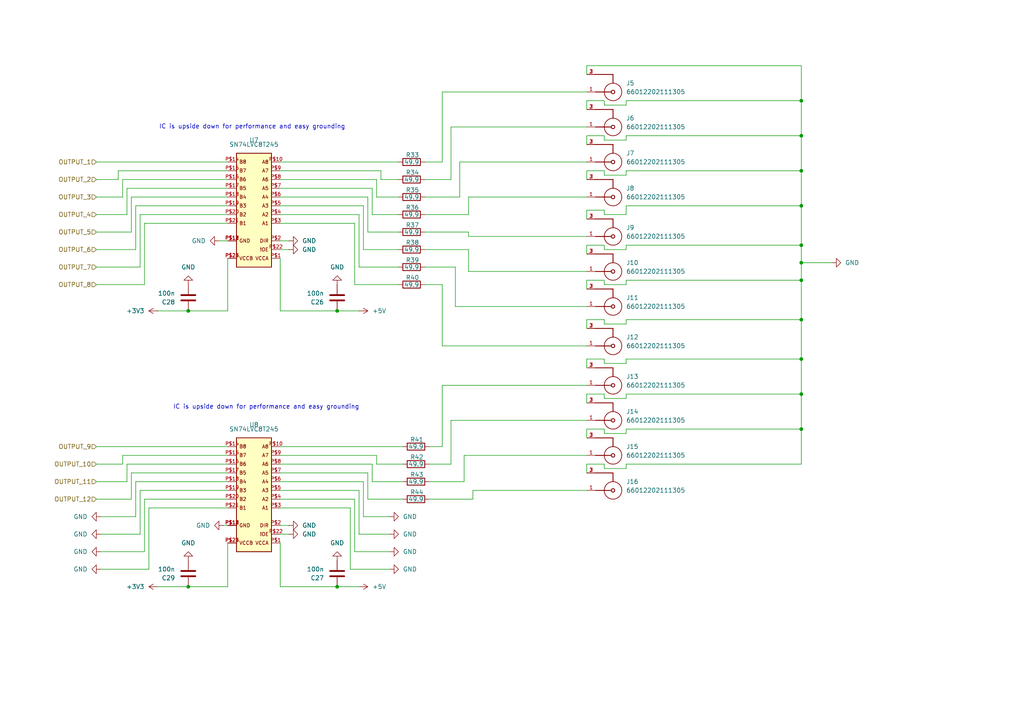
<source format=kicad_sch>
(kicad_sch (version 20250114) (generator "eeschema") (generator_version "9.0")
  (paper "A4")
  (title_block (title "Output Ports") (date "2025-10-31") (rev "0.1") (company "OpenPIV Consortium") (comment 1 "Output ports for each output channel"))
  (lib_symbols
    (symbol "66012202111305:66012202111305" (pin_names (offset 1.016))
      (property "Reference" "J" (at 0 3.54 0))
      (property "Value" "66012202111305" (at -5.08 -8.08 0))
      (symbol "66012202111305_0_0"
        (circle (center 0 0) (radius 0.5) (stroke (width 0.254)))
        (circle (center 0 0) (radius 2.54) (stroke (width 0.2)))
        (polyline (pts (xy 0 -2.54) (xy 0 -5.08)) (stroke (width 0.254)))
        (polyline (pts (xy 0 -5.08) (xy 5.08 -5.08)) (stroke (width 0.254)))
        (polyline (pts (xy 5.08 0) (xy 0.54 0)) (stroke (width 0.254)))
        (pin passive line (at 7.62 0 180) (length 2.54) (name "~") (number "1"))
        (pin passive line (at 7.62 -5.08 180) (length 2.54) (name "~") (number "2"))
        (pin passive line (at 7.62 -5.08 180) (length 2.54) (name "~") (number "3"))
      )
    )
    (symbol "Device:C" (pin_numbers (hide yes)) (pin_names (offset 0.254))
      (property "Reference" "C" (at 0.635 2.54 0))
      (property "Value" "C" (at 0.635 -2.54 0))
      (symbol "C_0_1"
        (polyline (pts (xy -2.032 0.762) (xy 2.032 0.762)) (stroke (width 0.508)))
        (polyline (pts (xy -2.032 -0.762) (xy 2.032 -0.762)) (stroke (width 0.508)))
      )
      (symbol "C_1_1"
        (pin passive line (at 0 3.81 270) (length 2.794) (name "~") (number "1"))
        (pin passive line (at 0 -3.81 90) (length 2.794) (name "~") (number "2"))
      )
    )
    (symbol "Device:R" (pin_numbers (hide yes)) (pin_names (offset 0))
      (property "Reference" "R" (at 2.032 0 90))
      (property "Value" "R" (at 0 0 90))
      (symbol "R_0_1"
        (rectangle (start -1.016 -2.54) (end 1.016 2.54) (stroke (width 0.254)))
      )
      (symbol "R_1_1"
        (pin passive line (at 0 3.81 270) (length 1.27) (name "~") (number "1"))
        (pin passive line (at 0 -3.81 90) (length 1.27) (name "~") (number "2"))
      )
    )
    (symbol "SN74LVC8T245:SN74LVC8T245" (pin_names (offset 1.016))
      (property "Reference" "U" (at 0 5.0829 0))
      (property "Value" "SN74LVC8T245" (at 0 2.5432 0))
      (symbol "SN74LVC8T245_0_0"
        (rectangle (start 0 -33.02) (end 10.16 0) (stroke (width 0.254)) (fill (type background)))
        (text "DIR" (at 0.762 -7.6203 0) (effects (font (size 1.016 1.016)) (justify left)))
        (text "!OE" (at 0.7621 -5.0808 0) (effects (font (size 1.0162 1.0162)) (justify left)))
        (text "A2" (at 0.7622 -15.243 0) (effects (font (size 1.0162 1.0162)) (justify left)))
        (text "A8" (at 0.7622 -30.4899 0) (effects (font (size 1.0163 1.0163)) (justify left)))
        (text "A1" (at 0.7623 -12.7057 0) (effects (font (size 1.0165 1.0165)) (justify left)))
        (text "A5" (at 0.7624 -22.8718 0) (effects (font (size 1.0165 1.0165)) (justify left)))
        (text "A4" (at 0.7628 -20.3416 0) (effects (font (size 1.0171 1.0171)) (justify left)))
        (text "A7" (at 0.7628 -27.9701 0) (effects (font (size 1.0171 1.0171)) (justify left)))
        (text "A6" (at 0.7629 -25.4313 0) (effects (font (size 1.0173 1.0173)) (justify left)))
        (text "VCCA" (at 0.7631 -2.5436 0) (effects (font (size 1.0175 1.0175)) (justify left)))
        (text "A3" (at 0.7631 -17.8058 0) (effects (font (size 1.0175 1.0175)) (justify left)))
        (text "B2" (at 9.4018 -15.2462 0) (effects (font (size 1.0164 1.0164)) (justify right)))
        (text "B4" (at 9.4025 -20.3297 0) (effects (font (size 1.0165 1.0165)) (justify right)))
        (text "B1" (at 9.4041 -12.7083 0) (effects (font (size 1.0167 1.0167)) (justify right)))
        (text "GND" (at 9.4052 -7.6258 0) (effects (font (size 1.0168 1.0168)) (justify right)))
        (text "B3" (at 9.4094 -17.8016 0) (effects (font (size 1.0172 1.0172)) (justify right)))
        (text "VCCB" (at 9.4124 -2.5439 0) (effects (font (size 1.0176 1.0176)) (justify right)))
        (text "B5" (at 9.4127 -22.8957 0) (effects (font (size 1.0176 1.0176)) (justify right)))
        (text "B8" (at 9.4133 -30.5296 0) (effects (font (size 1.0177 1.0177)) (justify right)))
        (text "B7" (at 9.4145 -27.9891 0) (effects (font (size 1.0178 1.0178)) (justify right)))
        (text "B6" (at 9.4155 -25.4474 0) (effects (font (size 1.0179 1.0179)) (justify right)))
        (pin bidirectional line (at -2.54 -2.54 0) (length 2.54) (name "~") (number "P$1"))
        (pin bidirectional line (at -2.54 -5.08 0) (length 2.54) (name "~") (number "P$22"))
        (pin bidirectional line (at -2.54 -7.62 0) (length 2.54) (name "~") (number "P$2"))
        (pin bidirectional line (at -2.54 -12.7 0) (length 2.54) (name "~") (number "P$3"))
        (pin bidirectional line (at -2.54 -15.24 0) (length 2.54) (name "~") (number "P$4"))
        (pin bidirectional line (at -2.54 -17.78 0) (length 2.54) (name "~") (number "P$5"))
        (pin bidirectional line (at -2.54 -20.32 0) (length 2.54) (name "~") (number "P$6"))
        (pin bidirectional line (at -2.54 -22.86 0) (length 2.54) (name "~") (number "P$7"))
        (pin bidirectional line (at -2.54 -25.4 0) (length 2.54) (name "~") (number "P$8"))
        (pin bidirectional line (at -2.54 -27.94 0) (length 2.54) (name "~") (number "P$9"))
        (pin bidirectional line (at -2.54 -30.48 0) (length 2.54) (name "~") (number "P$10"))
        (pin bidirectional line (at 12.7 -2.54 180) (length 2.54) (name "~") (number "P$23"))
        (pin bidirectional line (at 12.7 -2.54 180) (length 2.54) (name "~") (number "P$24"))
        (pin bidirectional line (at 12.7 -7.62 180) (length 2.54) (name "~") (number "P$11"))
        (pin bidirectional line (at 12.7 -7.62 180) (length 2.54) (name "~") (number "P$12"))
        (pin bidirectional line (at 12.7 -7.62 180) (length 2.54) (name "~") (number "P$13"))
        (pin bidirectional line (at 12.7 -12.7 180) (length 2.54) (name "~") (number "P$21"))
        (pin bidirectional line (at 12.7 -15.24 180) (length 2.54) (name "~") (number "P$20"))
        (pin bidirectional line (at 12.7 -17.78 180) (length 2.54) (name "~") (number "P$19"))
        (pin bidirectional line (at 12.7 -20.32 180) (length 2.54) (name "~") (number "P$18"))
        (pin bidirectional line (at 12.7 -22.86 180) (length 2.54) (name "~") (number "P$17"))
        (pin bidirectional line (at 12.7 -25.4 180) (length 2.54) (name "~") (number "P$16"))
        (pin bidirectional line (at 12.7 -27.94 180) (length 2.54) (name "~") (number "P$15"))
        (pin bidirectional line (at 12.7 -30.48 180) (length 2.54) (name "~") (number "P$14"))
      )
    )
    (symbol "power:+3V3" (power) (pin_numbers (hide yes)) (pin_names (offset 0) (hide yes))
      (property "Value" "+3V3" (at 0 3.556 0))
      (symbol "+3V3_0_1"
        (polyline (pts (xy -0.762 1.27) (xy 0 2.54)))
        (polyline (pts (xy 0 2.54) (xy 0.762 1.27)))
        (polyline (pts (xy 0 0) (xy 0 2.54)))
      )
      (symbol "+3V3_1_1"
        (pin power_in line (at 0 0 90) (length 0) (name "~") (number "1"))
      )
    )
    (symbol "power:+5V" (power) (pin_numbers (hide yes)) (pin_names (offset 0) (hide yes))
      (property "Value" "+5V" (at 0 3.556 0))
      (symbol "+5V_0_1"
        (polyline (pts (xy -0.762 1.27) (xy 0 2.54)))
        (polyline (pts (xy 0 2.54) (xy 0.762 1.27)))
        (polyline (pts (xy 0 0) (xy 0 2.54)))
      )
      (symbol "+5V_1_1"
        (pin power_in line (at 0 0 90) (length 0) (name "~") (number "1"))
      )
    )
    (symbol "power:GND" (power) (pin_numbers (hide yes)) (pin_names (offset 0) (hide yes))
      (property "Value" "GND" (at 0 -3.81 0))
      (symbol "GND_0_1"
        (polyline (pts (xy 0 0) (xy 0 -1.27) (xy 1.27 -1.27) (xy 0 -2.54) (xy -1.27 -1.27) (xy 0 -1.27)))
      )
      (symbol "GND_1_1"
        (pin power_in line (at 0 0 270) (length 0) (name "~") (number "1"))
      )
    )
  )
  (text "IC is upside down for performance and easy grounding" (at 77.216 118.11 0) (effects (font (size 1.27 1.27))))
  (text "IC is upside down for performance and easy grounding" (at 73.152 36.83 0) (effects (font (size 1.27 1.27))))
  (junction (at 54.61 170.18))
  (junction (at 232.41 81.28))
  (junction (at 232.41 49.53))
  (junction (at 232.41 29.21))
  (junction (at 97.79 170.18))
  (junction (at 232.41 76.2))
  (junction (at 232.41 59.69))
  (junction (at 232.41 114.3))
  (junction (at 232.41 124.46))
  (junction (at 232.41 71.12))
  (junction (at 232.41 92.71))
  (junction (at 232.41 104.14))
  (junction (at 54.61 90.17))
  (junction (at 232.41 39.37))
  (junction (at 97.79 90.17))
  (wire (pts (xy 181.61 92.71) (xy 232.41 92.71)))
  (wire (pts (xy 54.61 170.18) (xy 45.72 170.18)))
  (wire (pts (xy 36.83 54.61) (xy 66.04 54.61)))
  (wire (pts (xy 107.95 62.23) (xy 107.95 54.61)))
  (wire (pts (xy 54.61 90.17) (xy 45.72 90.17)))
  (wire (pts (xy 170.18 114.3) (xy 175.26 114.3)))
  (wire (pts (xy 128.27 129.54) (xy 128.27 111.76)))
  (wire (pts (xy 104.14 170.18) (xy 97.79 170.18)))
  (wire (pts (xy 232.41 104.14) (xy 232.41 114.3)))
  (wire (pts (xy 175.26 40.64) (xy 181.61 40.64)))
  (wire (pts (xy 39.37 72.39) (xy 39.37 59.69)))
  (wire (pts (xy 128.27 82.55) (xy 128.27 100.33)))
  (wire (pts (xy 232.41 19.05) (xy 232.41 29.21)))
  (wire (pts (xy 181.61 29.21) (xy 232.41 29.21)))
  (wire (pts (xy 43.18 165.1) (xy 43.18 147.32)))
  (wire (pts (xy 170.18 127) (xy 170.18 124.46)))
  (wire (pts (xy 106.68 144.78) (xy 106.68 137.16)))
  (wire (pts (xy 36.83 139.7) (xy 36.83 134.62)))
  (wire (pts (xy 128.27 26.67) (xy 170.18 26.67)))
  (wire (pts (xy 181.61 50.8) (xy 181.61 49.53)))
  (wire (pts (xy 137.16 142.24) (xy 170.18 142.24)))
  (wire (pts (xy 181.61 134.62) (xy 232.41 134.62)))
  (wire (pts (xy 175.26 71.12) (xy 175.26 72.39)))
  (wire (pts (xy 181.61 105.41) (xy 181.61 104.14)))
  (wire (pts (xy 27.94 46.99) (xy 66.04 46.99)))
  (wire (pts (xy 170.18 21.59) (xy 170.18 19.05)))
  (wire (pts (xy 27.94 134.62) (xy 35.56 134.62)))
  (wire (pts (xy 170.18 92.71) (xy 175.26 92.71)))
  (wire (pts (xy 135.89 62.23) (xy 135.89 57.15)))
  (wire (pts (xy 123.19 46.99) (xy 128.27 46.99)))
  (wire (pts (xy 81.28 157.48) (xy 81.28 170.18)))
  (wire (pts (xy 27.94 82.55) (xy 41.91 82.55)))
  (wire (pts (xy 175.26 92.71) (xy 175.26 93.98)))
  (wire (pts (xy 110.49 52.07) (xy 110.49 49.53)))
  (wire (pts (xy 29.21 149.86) (xy 39.37 149.86)))
  (wire (pts (xy 27.94 62.23) (xy 36.83 62.23)))
  (wire (pts (xy 43.18 147.32) (xy 66.04 147.32)))
  (wire (pts (xy 170.18 31.75) (xy 170.18 29.21)))
  (wire (pts (xy 124.46 139.7) (xy 134.62 139.7)))
  (wire (pts (xy 66.04 170.18) (xy 54.61 170.18)))
  (wire (pts (xy 181.61 59.69) (xy 181.61 62.23)))
  (wire (pts (xy 170.18 124.46) (xy 175.26 124.46)))
  (wire (pts (xy 170.18 106.68) (xy 170.18 104.14)))
  (wire (pts (xy 105.41 72.39) (xy 105.41 59.69)))
  (wire (pts (xy 181.61 72.39) (xy 181.61 71.12)))
  (wire (pts (xy 130.81 52.07) (xy 130.81 36.83)))
  (wire (pts (xy 181.61 49.53) (xy 232.41 49.53)))
  (wire (pts (xy 106.68 67.31) (xy 106.68 57.15)))
  (wire (pts (xy 104.14 90.17) (xy 97.79 90.17)))
  (wire (pts (xy 181.61 115.57) (xy 181.61 114.3)))
  (wire (pts (xy 27.94 77.47) (xy 40.64 77.47)))
  (wire (pts (xy 81.28 69.85) (xy 83.82 69.85)))
  (wire (pts (xy 105.41 72.39) (xy 115.57 72.39)))
  (wire (pts (xy 175.26 30.48) (xy 181.61 30.48)))
  (wire (pts (xy 137.16 144.78) (xy 137.16 142.24)))
  (wire (pts (xy 39.37 149.86) (xy 39.37 139.7)))
  (wire (pts (xy 170.18 39.37) (xy 175.26 39.37)))
  (wire (pts (xy 105.41 149.86) (xy 113.03 149.86)))
  (wire (pts (xy 41.91 82.55) (xy 41.91 64.77)))
  (wire (pts (xy 232.41 76.2) (xy 232.41 81.28)))
  (wire (pts (xy 181.61 124.46) (xy 232.41 124.46)))
  (wire (pts (xy 63.5 69.85) (xy 66.04 69.85)))
  (wire (pts (xy 170.18 71.12) (xy 175.26 71.12)))
  (wire (pts (xy 170.18 137.16) (xy 170.18 134.62)))
  (wire (pts (xy 170.18 63.5) (xy 170.18 60.96)))
  (wire (pts (xy 29.21 165.1) (xy 43.18 165.1)))
  (wire (pts (xy 232.41 124.46) (xy 232.41 134.62)))
  (wire (pts (xy 134.62 139.7) (xy 134.62 132.08)))
  (wire (pts (xy 181.61 93.98) (xy 181.61 92.71)))
  (wire (pts (xy 232.41 49.53) (xy 232.41 59.69)))
  (wire (pts (xy 41.91 144.78) (xy 66.04 144.78)))
  (wire (pts (xy 38.1 57.15) (xy 66.04 57.15)))
  (wire (pts (xy 181.61 81.28) (xy 232.41 81.28)))
  (wire (pts (xy 38.1 137.16) (xy 66.04 137.16)))
  (wire (pts (xy 232.41 92.71) (xy 232.41 104.14)))
  (wire (pts (xy 105.41 139.7) (xy 81.28 139.7)))
  (wire (pts (xy 170.18 29.21) (xy 175.26 29.21)))
  (wire (pts (xy 81.28 49.53) (xy 110.49 49.53)))
  (wire (pts (xy 107.95 139.7) (xy 116.84 139.7)))
  (wire (pts (xy 123.19 72.39) (xy 135.89 72.39)))
  (wire (pts (xy 175.26 115.57) (xy 181.61 115.57)))
  (wire (pts (xy 130.81 36.83) (xy 170.18 36.83)))
  (wire (pts (xy 34.29 52.07) (xy 34.29 49.53)))
  (wire (pts (xy 135.89 57.15) (xy 170.18 57.15)))
  (wire (pts (xy 128.27 100.33) (xy 170.18 100.33)))
  (wire (pts (xy 135.89 67.31) (xy 135.89 68.58)))
  (wire (pts (xy 81.28 59.69) (xy 105.41 59.69)))
  (wire (pts (xy 39.37 139.7) (xy 66.04 139.7)))
  (wire (pts (xy 81.28 170.18) (xy 97.79 170.18)))
  (wire (pts (xy 132.08 77.47) (xy 132.08 88.9)))
  (wire (pts (xy 109.22 134.62) (xy 109.22 132.08)))
  (wire (pts (xy 181.61 40.64) (xy 181.61 39.37)))
  (wire (pts (xy 123.19 52.07) (xy 130.81 52.07)))
  (wire (pts (xy 181.61 30.48) (xy 181.61 29.21)))
  (wire (pts (xy 175.26 49.53) (xy 175.26 50.8)))
  (wire (pts (xy 104.14 77.47) (xy 104.14 62.23)))
  (wire (pts (xy 110.49 52.07) (xy 115.57 52.07)))
  (wire (pts (xy 36.83 62.23) (xy 36.83 54.61)))
  (wire (pts (xy 128.27 46.99) (xy 128.27 26.67)))
  (wire (pts (xy 181.61 114.3) (xy 232.41 114.3)))
  (wire (pts (xy 232.41 59.69) (xy 232.41 71.12)))
  (wire (pts (xy 123.19 77.47) (xy 132.08 77.47)))
  (wire (pts (xy 102.87 160.02) (xy 102.87 144.78)))
  (wire (pts (xy 81.28 54.61) (xy 107.95 54.61)))
  (wire (pts (xy 35.56 134.62) (xy 35.56 132.08)))
  (wire (pts (xy 130.81 121.92) (xy 170.18 121.92)))
  (wire (pts (xy 135.89 72.39) (xy 135.89 78.74)))
  (wire (pts (xy 34.29 49.53) (xy 66.04 49.53)))
  (wire (pts (xy 109.22 134.62) (xy 116.84 134.62)))
  (wire (pts (xy 170.18 116.84) (xy 170.18 114.3)))
  (wire (pts (xy 106.68 137.16) (xy 81.28 137.16)))
  (wire (pts (xy 232.41 71.12) (xy 232.41 76.2)))
  (wire (pts (xy 102.87 160.02) (xy 113.03 160.02)))
  (wire (pts (xy 175.26 50.8) (xy 181.61 50.8)))
  (wire (pts (xy 102.87 82.55) (xy 115.57 82.55)))
  (wire (pts (xy 81.28 46.99) (xy 115.57 46.99)))
  (wire (pts (xy 41.91 64.77) (xy 66.04 64.77)))
  (wire (pts (xy 38.1 144.78) (xy 38.1 137.16)))
  (wire (pts (xy 175.26 93.98) (xy 181.61 93.98)))
  (wire (pts (xy 232.41 39.37) (xy 232.41 49.53)))
  (wire (pts (xy 232.41 29.21) (xy 232.41 39.37)))
  (wire (pts (xy 123.19 62.23) (xy 135.89 62.23)))
  (wire (pts (xy 175.26 135.89) (xy 181.61 135.89)))
  (wire (pts (xy 27.94 129.54) (xy 66.04 129.54)))
  (wire (pts (xy 175.26 104.14) (xy 175.26 105.41)))
  (wire (pts (xy 104.14 154.94) (xy 104.14 142.24)))
  (wire (pts (xy 104.14 154.94) (xy 113.03 154.94)))
  (wire (pts (xy 64.77 152.4) (xy 66.04 152.4)))
  (wire (pts (xy 109.22 57.15) (xy 109.22 52.07)))
  (wire (pts (xy 170.18 104.14) (xy 175.26 104.14)))
  (wire (pts (xy 81.28 64.77) (xy 102.87 64.77)))
  (wire (pts (xy 40.64 154.94) (xy 40.64 142.24)))
  (wire (pts (xy 133.35 57.15) (xy 133.35 46.99)))
  (wire (pts (xy 81.28 90.17) (xy 97.79 90.17)))
  (wire (pts (xy 170.18 83.82) (xy 170.18 81.28)))
  (wire (pts (xy 81.28 129.54) (xy 116.84 129.54)))
  (wire (pts (xy 175.26 134.62) (xy 175.26 135.89)))
  (wire (pts (xy 109.22 57.15) (xy 115.57 57.15)))
  (wire (pts (xy 66.04 157.48) (xy 66.04 170.18)))
  (wire (pts (xy 27.94 57.15) (xy 35.56 57.15)))
  (wire (pts (xy 232.41 76.2) (xy 241.3 76.2)))
  (wire (pts (xy 27.94 52.07) (xy 34.29 52.07)))
  (wire (pts (xy 66.04 74.93) (xy 66.04 90.17)))
  (wire (pts (xy 107.95 134.62) (xy 81.28 134.62)))
  (wire (pts (xy 181.61 71.12) (xy 232.41 71.12)))
  (wire (pts (xy 123.19 82.55) (xy 128.27 82.55)))
  (wire (pts (xy 170.18 60.96) (xy 175.26 60.96)))
  (wire (pts (xy 170.18 19.05) (xy 232.41 19.05)))
  (wire (pts (xy 27.94 139.7) (xy 36.83 139.7)))
  (wire (pts (xy 104.14 142.24) (xy 81.28 142.24)))
  (wire (pts (xy 181.61 39.37) (xy 232.41 39.37)))
  (wire (pts (xy 104.14 77.47) (xy 115.57 77.47)))
  (wire (pts (xy 170.18 49.53) (xy 175.26 49.53)))
  (wire (pts (xy 40.64 142.24) (xy 66.04 142.24)))
  (wire (pts (xy 29.21 160.02) (xy 41.91 160.02)))
  (wire (pts (xy 175.26 62.23) (xy 181.61 62.23)))
  (wire (pts (xy 124.46 134.62) (xy 130.81 134.62)))
  (wire (pts (xy 170.18 95.25) (xy 170.18 92.71)))
  (wire (pts (xy 170.18 52.07) (xy 170.18 49.53)))
  (wire (pts (xy 123.19 67.31) (xy 135.89 67.31)))
  (wire (pts (xy 181.61 59.69) (xy 232.41 59.69)))
  (wire (pts (xy 106.68 144.78) (xy 116.84 144.78)))
  (wire (pts (xy 36.83 134.62) (xy 66.04 134.62)))
  (wire (pts (xy 170.18 81.28) (xy 175.26 81.28)))
  (wire (pts (xy 175.26 39.37) (xy 175.26 40.64)))
  (wire (pts (xy 35.56 52.07) (xy 66.04 52.07)))
  (wire (pts (xy 66.04 90.17) (xy 54.61 90.17)))
  (wire (pts (xy 130.81 134.62) (xy 130.81 121.92)))
  (wire (pts (xy 175.26 125.73) (xy 181.61 125.73)))
  (wire (pts (xy 101.6 147.32) (xy 81.28 147.32)))
  (wire (pts (xy 175.26 82.55) (xy 181.61 82.55)))
  (wire (pts (xy 232.41 114.3) (xy 232.41 124.46)))
  (wire (pts (xy 170.18 73.66) (xy 170.18 71.12)))
  (wire (pts (xy 35.56 132.08) (xy 66.04 132.08)))
  (wire (pts (xy 81.28 132.08) (xy 109.22 132.08)))
  (wire (pts (xy 29.21 154.94) (xy 40.64 154.94)))
  (wire (pts (xy 107.95 62.23) (xy 115.57 62.23)))
  (wire (pts (xy 81.28 57.15) (xy 106.68 57.15)))
  (wire (pts (xy 105.41 149.86) (xy 105.41 139.7)))
  (wire (pts (xy 175.26 72.39) (xy 181.61 72.39)))
  (wire (pts (xy 81.28 62.23) (xy 104.14 62.23)))
  (wire (pts (xy 27.94 72.39) (xy 39.37 72.39)))
  (wire (pts (xy 81.28 52.07) (xy 109.22 52.07)))
  (wire (pts (xy 124.46 144.78) (xy 137.16 144.78)))
  (wire (pts (xy 181.61 135.89) (xy 181.61 134.62)))
  (wire (pts (xy 123.19 57.15) (xy 133.35 57.15)))
  (wire (pts (xy 128.27 111.76) (xy 170.18 111.76)))
  (wire (pts (xy 124.46 129.54) (xy 128.27 129.54)))
  (wire (pts (xy 81.28 152.4) (xy 83.82 152.4)))
  (wire (pts (xy 102.87 82.55) (xy 102.87 64.77)))
  (wire (pts (xy 175.26 105.41) (xy 181.61 105.41)))
  (wire (pts (xy 175.26 29.21) (xy 175.26 30.48)))
  (wire (pts (xy 132.08 88.9) (xy 170.18 88.9)))
  (wire (pts (xy 35.56 57.15) (xy 35.56 52.07)))
  (wire (pts (xy 175.26 114.3) (xy 175.26 115.57)))
  (wire (pts (xy 135.89 68.58) (xy 170.18 68.58)))
  (wire (pts (xy 181.61 104.14) (xy 232.41 104.14)))
  (wire (pts (xy 107.95 139.7) (xy 107.95 134.62)))
  (wire (pts (xy 106.68 67.31) (xy 115.57 67.31)))
  (wire (pts (xy 39.37 59.69) (xy 66.04 59.69)))
  (wire (pts (xy 101.6 165.1) (xy 101.6 147.32)))
  (wire (pts (xy 175.26 124.46) (xy 175.26 125.73)))
  (wire (pts (xy 232.41 81.28) (xy 232.41 92.71)))
  (wire (pts (xy 40.64 77.47) (xy 40.64 62.23)))
  (wire (pts (xy 170.18 41.91) (xy 170.18 39.37)))
  (wire (pts (xy 27.94 67.31) (xy 38.1 67.31)))
  (wire (pts (xy 135.89 78.74) (xy 170.18 78.74)))
  (wire (pts (xy 175.26 81.28) (xy 175.26 82.55)))
  (wire (pts (xy 133.35 46.99) (xy 170.18 46.99)))
  (wire (pts (xy 81.28 154.94) (xy 83.82 154.94)))
  (wire (pts (xy 27.94 144.78) (xy 38.1 144.78)))
  (wire (pts (xy 81.28 72.39) (xy 83.82 72.39)))
  (wire (pts (xy 102.87 144.78) (xy 81.28 144.78)))
  (wire (pts (xy 38.1 67.31) (xy 38.1 57.15)))
  (wire (pts (xy 101.6 165.1) (xy 113.03 165.1)))
  (wire (pts (xy 81.28 74.93) (xy 81.28 90.17)))
  (wire (pts (xy 40.64 62.23) (xy 66.04 62.23)))
  (wire (pts (xy 175.26 60.96) (xy 175.26 62.23)))
  (wire (pts (xy 170.18 134.62) (xy 175.26 134.62)))
  (wire (pts (xy 134.62 132.08) (xy 170.18 132.08)))
  (wire (pts (xy 41.91 160.02) (xy 41.91 144.78)))
  (wire (pts (xy 181.61 125.73) (xy 181.61 124.46)))
  (wire (pts (xy 181.61 82.55) (xy 181.61 81.28)))
  (hierarchical_label "OUTPUT_8" (shape input) (at 27.94 82.55 180))
  (hierarchical_label "OUTPUT_7" (shape input) (at 27.94 77.47 180))
  (hierarchical_label "OUTPUT_2" (shape input) (at 27.94 52.07 180))
  (hierarchical_label "OUTPUT_4" (shape input) (at 27.94 62.23 180))
  (hierarchical_label "OUTPUT_3" (shape input) (at 27.94 57.15 180))
  (hierarchical_label "OUTPUT_12" (shape input) (at 27.94 144.78 180))
  (hierarchical_label "OUTPUT_9" (shape input) (at 27.94 129.54 180))
  (hierarchical_label "OUTPUT_1" (shape input) (at 27.94 46.99 180))
  (hierarchical_label "OUTPUT_11" (shape input) (at 27.94 139.7 180))
  (hierarchical_label "OUTPUT_6" (shape input) (at 27.94 72.39 180))
  (hierarchical_label "OUTPUT_10" (shape input) (at 27.94 134.62 180))
  (hierarchical_label "OUTPUT_5" (shape input) (at 27.94 67.31 180))
  (symbol (lib_id "power:GND") (at 113.03 165.1 90) (unit 1)
    (property "Reference" "#PWR076" (effects (hide yes)))
    (property "Value" "GND" (at 116.84 165.0999 90) (effects (justify right)))
    (property "Description" "Power symbol creates a global label with name \"GND\" , ground" (effects (hide yes)))
  )
  (symbol (lib_id "Device:C") (at 54.61 166.37 180) (unit 1)
    (property "Reference" "C29" (at 50.8 167.6401 0) (effects (justify left)))
    (property "Value" "100n" (at 50.8 165.1001 0) (effects (justify left)))
    (property "Footprint" "RP2350_80QFN_minimal:C_0402_1005Metric_small_pads" (effects (hide yes)))
    (property "Description" "Unpolarized capacitor" (effects (hide yes)))
  )
  (symbol (lib_id "66012202111305:66012202111305") (at 177.8 132.08 180) (unit 1)
    (property "Reference" "J15" (at 181.61 129.5264 0) (effects (justify right)))
    (property "Value" "66012202111305" (at 181.61 132.0664 0) (effects (justify right)))
    (property "Footprint" "66012202111305:66012202111305" (effects (hide yes)))
  )
  (symbol (lib_id "Device:R") (at 119.38 67.31 90) (unit 1)
    (property "Reference" "R37" (at 119.634 65.278 90))
    (property "Value" "49.9" (at 119.38 67.31 90))
    (property "Footprint" "Resistor_SMD:R_0402_1005Metric" (effects (hide yes)))
    (property "Description" "Resistor" (effects (hide yes)))
  )
  (symbol (lib_id "66012202111305:66012202111305") (at 177.8 68.58 180) (unit 1)
    (property "Reference" "J9" (at 181.61 66.0264 0) (effects (justify right)))
    (property "Value" "66012202111305" (at 181.61 68.5664 0) (effects (justify right)))
    (property "Footprint" "66012202111305:66012202111305" (effects (hide yes)))
  )
  (symbol (lib_id "66012202111305:66012202111305") (at 177.8 100.33 180) (unit 1)
    (property "Reference" "J12" (at 181.61 97.7764 0) (effects (justify right)))
    (property "Value" "66012202111305" (at 181.61 100.3164 0) (effects (justify right)))
    (property "Footprint" "66012202111305:66012202111305" (effects (hide yes)))
  )
  (symbol (lib_id "66012202111305:66012202111305") (at 177.8 46.99 180) (unit 1)
    (property "Reference" "J7" (at 181.61 44.4364 0) (effects (justify right)))
    (property "Value" "66012202111305" (at 181.61 46.9764 0) (effects (justify right)))
    (property "Footprint" "66012202111305:66012202111305" (effects (hide yes)))
  )
  (symbol (lib_id "power:GND") (at 63.5 69.85 270) (unit 1)
    (property "Reference" "#PWR031" (effects (hide yes)))
    (property "Value" "GND" (at 59.69 69.8499 90) (effects (justify right)))
    (property "Description" "Power symbol creates a global label with name \"GND\" , ground" (effects (hide yes)))
  )
  (symbol (lib_id "Device:R") (at 119.38 57.15 90) (unit 1)
    (property "Reference" "R35" (at 119.634 55.118 90))
    (property "Value" "49.9" (at 119.38 57.15 90))
    (property "Footprint" "Resistor_SMD:R_0402_1005Metric" (effects (hide yes)))
    (property "Description" "Resistor" (effects (hide yes)))
  )
  (symbol (lib_id "Device:C") (at 54.61 86.36 180) (unit 1)
    (property "Reference" "C28" (at 50.8 87.6301 0) (effects (justify left)))
    (property "Value" "100n" (at 50.8 85.0901 0) (effects (justify left)))
    (property "Footprint" "RP2350_80QFN_minimal:C_0402_1005Metric_small_pads" (effects (hide yes)))
    (property "Description" "Unpolarized capacitor" (effects (hide yes)))
  )
  (symbol (lib_id "66012202111305:66012202111305") (at 177.8 26.67 180) (unit 1)
    (property "Reference" "J5" (at 181.61 24.1164 0) (effects (justify right)))
    (property "Value" "66012202111305" (at 181.61 26.6564 0) (effects (justify right)))
    (property "Footprint" "66012202111305:66012202111305" (effects (hide yes)))
  )
  (symbol (lib_id "Device:R") (at 119.38 46.99 90) (unit 1)
    (property "Reference" "R33" (at 119.634 44.958 90))
    (property "Value" "49.9" (at 119.38 46.99 90))
    (property "Footprint" "Resistor_SMD:R_0402_1005Metric" (effects (hide yes)))
    (property "Description" "Resistor" (effects (hide yes)))
  )
  (symbol (lib_id "Device:C") (at 97.79 86.36 180) (unit 1)
    (property "Reference" "C26" (at 93.98 87.6301 0) (effects (justify left)))
    (property "Value" "100n" (at 93.98 85.0901 0) (effects (justify left)))
    (property "Footprint" "RP2350_80QFN_minimal:C_0402_1005Metric_small_pads" (effects (hide yes)))
    (property "Description" "Unpolarized capacitor" (effects (hide yes)))
  )
  (symbol (lib_id "Device:R") (at 119.38 82.55 90) (unit 1)
    (property "Reference" "R40" (at 119.634 80.518 90))
    (property "Value" "49.9" (at 119.38 82.55 90))
    (property "Footprint" "Resistor_SMD:R_0402_1005Metric" (effects (hide yes)))
    (property "Description" "Resistor" (effects (hide yes)))
  )
  (symbol (lib_id "66012202111305:66012202111305") (at 177.8 121.92 180) (unit 1)
    (property "Reference" "J14" (at 181.61 119.3664 0) (effects (justify right)))
    (property "Value" "66012202111305" (at 181.61 121.9064 0) (effects (justify right)))
    (property "Footprint" "66012202111305:66012202111305" (effects (hide yes)))
  )
  (symbol (lib_id "SN74LVC8T245:SN74LVC8T245") (at 78.74 77.47 180) (unit 1)
    (property "Reference" "U7" (at 73.66 40.64 0))
    (property "Value" "SN74LVC8T245" (at 73.66 41.91 0))
    (property "Footprint" "SN74LVC8T245:TTSOP-24" (effects (hide yes)))
    (property "MF" "Texas Instruments" (effects (hide yes)))
    (property "Description_1" "Voltage Level Translator 8-CH Bidirectional 24-Pin SOIC T/R" (effects (hide yes)))
    (property "Package" "None" (effects (hide yes)))
    (property "Price" "None" (effects (hide yes)))
    (property "SnapEDA_Link" "https://www.snapeda.com/parts/SN74LVC8T245/Texas+Instruments/view-part/?ref=snap" (effects (hide yes)))
    (property "MP" "SN74LVC8T245" (effects (hide yes)))
    (property "Availability" "Not in stock" (effects (hide yes)))
    (property "Check_prices" "https://www.snapeda.com/parts/SN74LVC8T245/Texas+Instruments/view-part/?ref=eda" (effects (hide yes)))
  )
  (symbol (lib_id "power:GND") (at 64.77 152.4 270) (unit 1)
    (property "Reference" "#PWR028" (effects (hide yes)))
    (property "Value" "GND" (at 60.96 152.3999 90) (effects (justify right)))
    (property "Description" "Power symbol creates a global label with name \"GND\" , ground" (effects (hide yes)))
  )
  (symbol (lib_id "power:GND") (at 54.61 162.56 180) (unit 1)
    (property "Reference" "#PWR077" (effects (hide yes)))
    (property "Value" "GND" (at 54.61 157.48 0))
    (property "Description" "Power symbol creates a global label with name \"GND\" , ground" (effects (hide yes)))
  )
  (symbol (lib_id "Device:R") (at 119.38 62.23 90) (unit 1)
    (property "Reference" "R36" (at 119.634 60.198 90))
    (property "Value" "49.9" (at 119.38 62.23 90))
    (property "Footprint" "Resistor_SMD:R_0402_1005Metric" (effects (hide yes)))
    (property "Description" "Resistor" (effects (hide yes)))
  )
  (symbol (lib_id "power:GND") (at 113.03 149.86 90) (unit 1)
    (property "Reference" "#PWR073" (effects (hide yes)))
    (property "Value" "GND" (at 116.84 149.8599 90) (effects (justify right)))
    (property "Description" "Power symbol creates a global label with name \"GND\" , ground" (effects (hide yes)))
  )
  (symbol (lib_id "power:GND") (at 113.03 160.02 90) (unit 1)
    (property "Reference" "#PWR075" (effects (hide yes)))
    (property "Value" "GND" (at 116.84 160.0199 90) (effects (justify right)))
    (property "Description" "Power symbol creates a global label with name \"GND\" , ground" (effects (hide yes)))
  )
  (symbol (lib_id "power:GND") (at 29.21 165.1 270) (unit 1)
    (property "Reference" "#PWR072" (effects (hide yes)))
    (property "Value" "GND" (at 25.4 165.0999 90) (effects (justify right)))
    (property "Description" "Power symbol creates a global label with name \"GND\" , ground" (effects (hide yes)))
  )
  (symbol (lib_id "Device:R") (at 120.65 129.54 90) (unit 1)
    (property "Reference" "R41" (at 120.904 127.508 90))
    (property "Value" "49.9" (at 120.65 129.54 90))
    (property "Footprint" "Resistor_SMD:R_0402_1005Metric" (effects (hide yes)))
    (property "Description" "Resistor" (effects (hide yes)))
  )
  (symbol (lib_id "Device:R") (at 120.65 134.62 90) (unit 1)
    (property "Reference" "R42" (at 120.904 132.588 90))
    (property "Value" "49.9" (at 120.65 134.62 90))
    (property "Footprint" "Resistor_SMD:R_0402_1005Metric" (effects (hide yes)))
    (property "Description" "Resistor" (effects (hide yes)))
  )
  (symbol (lib_id "Device:C") (at 97.79 166.37 180) (unit 1)
    (property "Reference" "C27" (at 93.98 167.6401 0) (effects (justify left)))
    (property "Value" "100n" (at 93.98 165.1001 0) (effects (justify left)))
    (property "Footprint" "RP2350_80QFN_minimal:C_0402_1005Metric_small_pads" (effects (hide yes)))
    (property "Description" "Unpolarized capacitor" (effects (hide yes)))
  )
  (symbol (lib_id "66012202111305:66012202111305") (at 177.8 88.9 180) (unit 1)
    (property "Reference" "J11" (at 181.61 86.3464 0) (effects (justify right)))
    (property "Value" "66012202111305" (at 181.61 88.8864 0) (effects (justify right)))
    (property "Footprint" "66012202111305:66012202111305" (effects (hide yes)))
  )
  (symbol (lib_id "Device:R") (at 120.65 139.7 90) (unit 1)
    (property "Reference" "R43" (at 120.904 137.668 90))
    (property "Value" "49.9" (at 120.65 139.7 90))
    (property "Footprint" "Resistor_SMD:R_0402_1005Metric" (effects (hide yes)))
    (property "Description" "Resistor" (effects (hide yes)))
  )
  (symbol (lib_id "Device:R") (at 119.38 52.07 90) (unit 1)
    (property "Reference" "R34" (at 119.634 50.038 90))
    (property "Value" "49.9" (at 119.38 52.07 90))
    (property "Footprint" "Resistor_SMD:R_0402_1005Metric" (effects (hide yes)))
    (property "Description" "Resistor" (effects (hide yes)))
  )
  (symbol (lib_id "power:GND") (at 113.03 154.94 90) (unit 1)
    (property "Reference" "#PWR074" (effects (hide yes)))
    (property "Value" "GND" (at 116.84 154.9399 90) (effects (justify right)))
    (property "Description" "Power symbol creates a global label with name \"GND\" , ground" (effects (hide yes)))
  )
  (symbol (lib_id "power:GND") (at 83.82 154.94 90) (unit 1)
    (property "Reference" "#PWR079" (effects (hide yes)))
    (property "Value" "GND" (at 87.63 154.9399 90) (effects (justify right)))
    (property "Description" "Power symbol creates a global label with name \"GND\" , ground" (effects (hide yes)))
  )
  (symbol (lib_id "power:GND") (at 97.79 162.56 180) (unit 1)
    (property "Reference" "#PWR030" (effects (hide yes)))
    (property "Value" "GND" (at 97.79 157.48 0))
    (property "Description" "Power symbol creates a global label with name \"GND\" , ground" (effects (hide yes)))
  )
  (symbol (lib_id "66012202111305:66012202111305") (at 177.8 36.83 180) (unit 1)
    (property "Reference" "J6" (at 181.61 34.2764 0) (effects (justify right)))
    (property "Value" "66012202111305" (at 181.61 36.8164 0) (effects (justify right)))
    (property "Footprint" "66012202111305:66012202111305" (effects (hide yes)))
  )
  (symbol (lib_id "Device:R") (at 119.38 77.47 90) (unit 1)
    (property "Reference" "R39" (at 119.634 75.438 90))
    (property "Value" "49.9" (at 119.38 77.47 90))
    (property "Footprint" "Resistor_SMD:R_0402_1005Metric" (effects (hide yes)))
    (property "Description" "Resistor" (effects (hide yes)))
  )
  (symbol (lib_id "power:GND") (at 83.82 69.85 90) (unit 1)
    (property "Reference" "#PWR078" (effects (hide yes)))
    (property "Value" "GND" (at 87.63 69.8499 90) (effects (justify right)))
    (property "Description" "Power symbol creates a global label with name \"GND\" , ground" (effects (hide yes)))
  )
  (symbol (lib_id "power:+3V3") (at 45.72 90.17 90) (unit 1)
    (property "Reference" "#PWR062" (effects (hide yes)))
    (property "Value" "+3V3" (at 41.91 90.1699 90) (effects (justify left)))
    (property "Description" "Power symbol creates a global label with name \"+3V3\"" (effects (hide yes)))
  )
  (symbol (lib_id "power:GND") (at 54.61 82.55 180) (unit 1)
    (property "Reference" "#PWR064" (effects (hide yes)))
    (property "Value" "GND" (at 54.61 77.47 0))
    (property "Description" "Power symbol creates a global label with name \"GND\" , ground" (effects (hide yes)))
  )
  (symbol (lib_id "66012202111305:66012202111305") (at 177.8 57.15 180) (unit 1)
    (property "Reference" "J8" (at 181.61 54.5964 0) (effects (justify right)))
    (property "Value" "66012202111305" (at 181.61 57.1364 0) (effects (justify right)))
    (property "Footprint" "66012202111305:66012202111305" (effects (hide yes)))
  )
  (symbol (lib_id "power:GND") (at 83.82 152.4 90) (unit 1)
    (property "Reference" "#PWR029" (effects (hide yes)))
    (property "Value" "GND" (at 87.63 152.3999 90) (effects (justify right)))
    (property "Description" "Power symbol creates a global label with name \"GND\" , ground" (effects (hide yes)))
  )
  (symbol (lib_id "66012202111305:66012202111305") (at 177.8 111.76 180) (unit 1)
    (property "Reference" "J13" (at 181.61 109.2064 0) (effects (justify right)))
    (property "Value" "66012202111305" (at 181.61 111.7464 0) (effects (justify right)))
    (property "Footprint" "66012202111305:66012202111305" (effects (hide yes)))
  )
  (symbol (lib_id "Device:R") (at 120.65 144.78 90) (unit 1)
    (property "Reference" "R44" (at 120.904 142.748 90))
    (property "Value" "49.9" (at 120.65 144.78 90))
    (property "Footprint" "Resistor_SMD:R_0402_1005Metric" (effects (hide yes)))
    (property "Description" "Resistor" (effects (hide yes)))
  )
  (symbol (lib_id "66012202111305:66012202111305") (at 177.8 78.74 180) (unit 1)
    (property "Reference" "J10" (at 181.61 76.1864 0) (effects (justify right)))
    (property "Value" "66012202111305" (at 181.61 78.7264 0) (effects (justify right)))
    (property "Footprint" "66012202111305:66012202111305" (effects (hide yes)))
  )
  (symbol (lib_id "Device:R") (at 119.38 72.39 90) (unit 1)
    (property "Reference" "R38" (at 119.634 70.358 90))
    (property "Value" "49.9" (at 119.38 72.39 90))
    (property "Footprint" "Resistor_SMD:R_0402_1005Metric" (effects (hide yes)))
    (property "Description" "Resistor" (effects (hide yes)))
  )
  (symbol (lib_id "power:GND") (at 29.21 154.94 270) (unit 1)
    (property "Reference" "#PWR070" (effects (hide yes)))
    (property "Value" "GND" (at 25.4 154.9399 90) (effects (justify right)))
    (property "Description" "Power symbol creates a global label with name \"GND\" , ground" (effects (hide yes)))
  )
  (symbol (lib_id "power:GND") (at 83.82 72.39 90) (unit 1)
    (property "Reference" "#PWR081" (effects (hide yes)))
    (property "Value" "GND" (at 87.63 72.3899 90) (effects (justify right)))
    (property "Description" "Power symbol creates a global label with name \"GND\" , ground" (effects (hide yes)))
  )
  (symbol (lib_id "power:GND") (at 29.21 160.02 270) (unit 1)
    (property "Reference" "#PWR071" (effects (hide yes)))
    (property "Value" "GND" (at 25.4 160.0199 90) (effects (justify right)))
    (property "Description" "Power symbol creates a global label with name \"GND\" , ground" (effects (hide yes)))
  )
  (symbol (lib_id "power:GND") (at 97.79 82.55 180) (unit 1)
    (property "Reference" "#PWR063" (effects (hide yes)))
    (property "Value" "GND" (at 97.79 77.47 0))
    (property "Description" "Power symbol creates a global label with name \"GND\" , ground" (effects (hide yes)))
  )
  (symbol (lib_id "power:GND") (at 241.3 76.2 90) (unit 1)
    (property "Reference" "#PWR067" (effects (hide yes)))
    (property "Value" "GND" (at 245.11 76.1999 90) (effects (justify right)))
    (property "Description" "Power symbol creates a global label with name \"GND\" , ground" (effects (hide yes)))
  )
  (symbol (lib_id "SN74LVC8T245:SN74LVC8T245") (at 78.74 160.02 180) (unit 1)
    (property "Reference" "U8" (at 73.66 123.19 0))
    (property "Value" "SN74LVC8T245" (at 73.66 124.46 0))
    (property "Footprint" "SN74LVC8T245:TTSOP-24" (effects (hide yes)))
    (property "MF" "Texas Instruments" (effects (hide yes)))
    (property "Description_1" "Voltage Level Translator 8-CH Bidirectional 24-Pin SOIC T/R" (effects (hide yes)))
    (property "Package" "None" (effects (hide yes)))
    (property "Price" "None" (effects (hide yes)))
    (property "SnapEDA_Link" "https://www.snapeda.com/parts/SN74LVC8T245/Texas+Instruments/view-part/?ref=snap" (effects (hide yes)))
    (property "MP" "SN74LVC8T245" (effects (hide yes)))
    (property "Availability" "Not in stock" (effects (hide yes)))
    (property "Check_prices" "https://www.snapeda.com/parts/SN74LVC8T245/Texas+Instruments/view-part/?ref=eda" (effects (hide yes)))
  )
  (symbol (lib_id "power:GND") (at 29.21 149.86 270) (unit 1)
    (property "Reference" "#PWR069" (effects (hide yes)))
    (property "Value" "GND" (at 25.4 149.8599 90) (effects (justify right)))
    (property "Description" "Power symbol creates a global label with name \"GND\" , ground" (effects (hide yes)))
  )
  (symbol (lib_id "66012202111305:66012202111305") (at 177.8 142.24 180) (unit 1)
    (property "Reference" "J16" (at 181.61 139.6864 0) (effects (justify right)))
    (property "Value" "66012202111305" (at 181.61 142.2264 0) (effects (justify right)))
    (property "Footprint" "66012202111305:66012202111305" (effects (hide yes)))
  )
  (symbol (lib_id "power:+5V") (at 104.14 170.18 270) (unit 1)
    (property "Reference" "#PWR060" (effects (hide yes)))
    (property "Value" "+5V" (at 107.95 170.1799 90) (effects (justify left)))
    (property "Description" "Power symbol creates a global label with name \"+5V\"" (effects (hide yes)))
  )
  (symbol (lib_id "power:+5V") (at 104.14 90.17 270) (unit 1)
    (property "Reference" "#PWR061" (effects (hide yes)))
    (property "Value" "+5V" (at 107.95 90.1699 90) (effects (justify left)))
    (property "Description" "Power symbol creates a global label with name \"+5V\"" (effects (hide yes)))
  )
  (symbol (lib_id "power:+3V3") (at 45.72 170.18 90) (unit 1)
    (property "Reference" "#PWR066" (effects (hide yes)))
    (property "Value" "+3V3" (at 41.91 170.1799 90) (effects (justify left)))
    (property "Description" "Power symbol creates a global label with name \"+3V3\"" (effects (hide yes)))
  )
)
</source>
